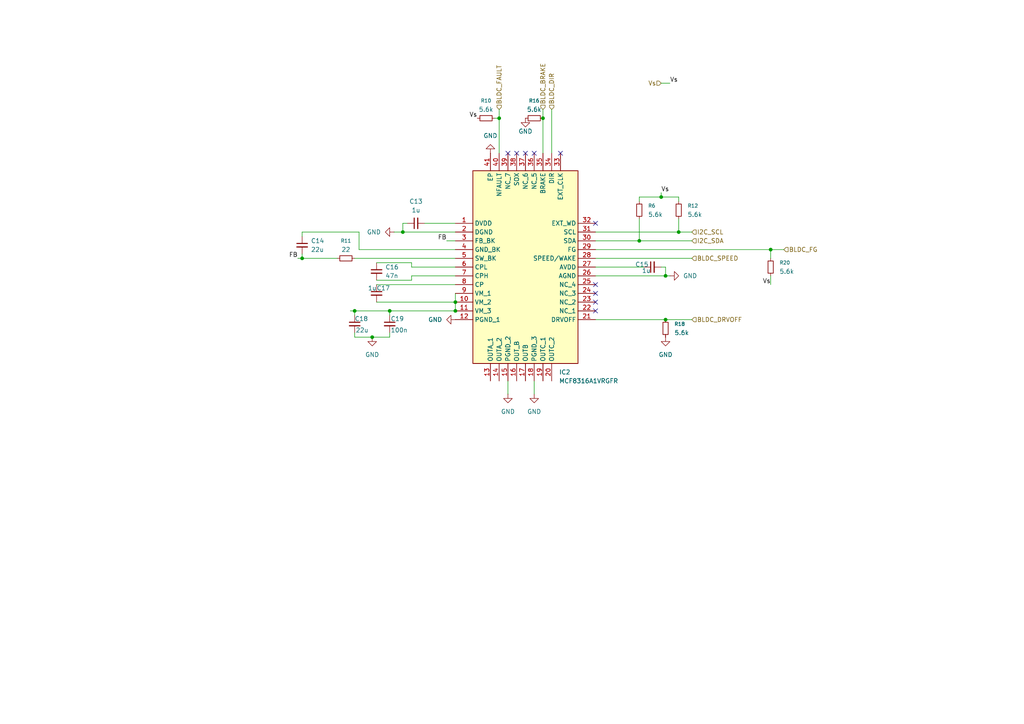
<source format=kicad_sch>
(kicad_sch (version 20250114) (generator "eeschema") (generator_version "9.0")
  (paper "A4")
  (lib_symbols
    (symbol "Device:C_Small" (pin_numbers (hide yes)) (pin_names (offset 0.254) (hide yes))
      (property "Reference" "C" (at 0.254 1.778 0))
      (property "Value" "C_Small" (at 0.254 -2.032 0))
      (symbol "C_Small_0_1"
        (polyline (pts (xy -1.524 0.508) (xy 1.524 0.508)) (stroke (width 0.3048)))
        (polyline (pts (xy -1.524 -0.508) (xy 1.524 -0.508)) (stroke (width 0.3302)))
      )
      (symbol "C_Small_1_1"
        (pin passive line (at 0 2.54 270) (length 2.032) (name "~") (number "1"))
        (pin passive line (at 0 -2.54 90) (length 2.032) (name "~") (number "2"))
      )
    )
    (symbol "Device:R_Small" (pin_numbers (hide yes)) (pin_names (offset 0.254) (hide yes))
      (property "Reference" "R" (at 0 0 90))
      (property "Value" "R_Small" (at 1.778 0 90))
      (symbol "R_Small_0_1"
        (rectangle (start -0.762 1.778) (end 0.762 -1.778) (stroke (width 0.2032)))
      )
      (symbol "R_Small_1_1"
        (pin passive line (at 0 2.54 270) (length 0.762) (name "~") (number "1"))
        (pin passive line (at 0 -2.54 90) (length 0.762) (name "~") (number "2"))
      )
    )
    (symbol "MCF8316A1VRGFR:MCF8316A1VRGFR"
      (property "Reference" "IC" (at 36.83 20.32 0))
      (property "Value" "MCF8316A1VRGFR" (at 36.83 17.78 0))
      (symbol "MCF8316A1VRGFR_1_1"
        (rectangle (start 5.08 15.24) (end 35.56 -40.64) (stroke (width 0.254)) (fill (type background)))
        (pin passive line (at 0 0 0) (length 5.08) (name "DVDD") (number "1"))
        (pin passive line (at 0 -2.54 0) (length 5.08) (name "DGND") (number "2"))
        (pin passive line (at 0 -5.08 0) (length 5.08) (name "FB_BK") (number "3"))
        (pin passive line (at 0 -7.62 0) (length 5.08) (name "GND_BK") (number "4"))
        (pin passive line (at 0 -10.16 0) (length 5.08) (name "SW_BK") (number "5"))
        (pin passive line (at 0 -12.7 0) (length 5.08) (name "CPL") (number "6"))
        (pin passive line (at 0 -15.24 0) (length 5.08) (name "CPH") (number "7"))
        (pin passive line (at 0 -17.78 0) (length 5.08) (name "CP") (number "8"))
        (pin passive line (at 0 -20.32 0) (length 5.08) (name "VM_1") (number "9"))
        (pin passive line (at 0 -22.86 0) (length 5.08) (name "VM_2") (number "10"))
        (pin passive line (at 0 -25.4 0) (length 5.08) (name "VM_3") (number "11"))
        (pin passive line (at 0 -27.94 0) (length 5.08) (name "PGND_1") (number "12"))
        (pin passive line (at 10.16 20.32 270) (length 5.08) (name "EP") (number "41"))
        (pin passive line (at 10.16 -45.72 90) (length 5.08) (name "OUTA_1") (number "13"))
        (pin passive line (at 12.7 20.32 270) (length 5.08) (name "NFAULT") (number "40"))
        (pin passive line (at 12.7 -45.72 90) (length 5.08) (name "OUTA_2") (number "14"))
        (pin passive line (at 15.24 20.32 270) (length 5.08) (name "NC_7") (number "39"))
        (pin passive line (at 15.24 -45.72 90) (length 5.08) (name "PGND_2") (number "15"))
        (pin passive line (at 17.78 20.32 270) (length 5.08) (name "SOX") (number "38"))
        (pin passive line (at 17.78 -45.72 90) (length 5.08) (name "OUT_B") (number "16"))
        (pin passive line (at 20.32 20.32 270) (length 5.08) (name "NC_6") (number "37"))
        (pin passive line (at 20.32 -45.72 90) (length 5.08) (name "OUTB") (number "17"))
        (pin passive line (at 22.86 20.32 270) (length 5.08) (name "NC_5") (number "36"))
        (pin passive line (at 22.86 -45.72 90) (length 5.08) (name "PGND_3") (number "18"))
        (pin passive line (at 25.4 20.32 270) (length 5.08) (name "BRAKE") (number "35"))
        (pin passive line (at 25.4 -45.72 90) (length 5.08) (name "OUTC_1") (number "19"))
        (pin passive line (at 27.94 20.32 270) (length 5.08) (name "DIR") (number "34"))
        (pin passive line (at 27.94 -45.72 90) (length 5.08) (name "OUTC_2") (number "20"))
        (pin passive line (at 30.48 20.32 270) (length 5.08) (name "EXT_CLK") (number "33"))
        (pin passive line (at 40.64 0 180) (length 5.08) (name "EXT_WD") (number "32"))
        (pin passive line (at 40.64 -2.54 180) (length 5.08) (name "SCL") (number "31"))
        (pin passive line (at 40.64 -5.08 180) (length 5.08) (name "SDA") (number "30"))
        (pin passive line (at 40.64 -7.62 180) (length 5.08) (name "FG") (number "29"))
        (pin passive line (at 40.64 -10.16 180) (length 5.08) (name "SPEED/WAKE") (number "28"))
        (pin passive line (at 40.64 -12.7 180) (length 5.08) (name "AVDD") (number "27"))
        (pin passive line (at 40.64 -15.24 180) (length 5.08) (name "AGND") (number "26"))
        (pin passive line (at 40.64 -17.78 180) (length 5.08) (name "NC_4") (number "25"))
        (pin passive line (at 40.64 -20.32 180) (length 5.08) (name "NC_3") (number "24"))
        (pin passive line (at 40.64 -22.86 180) (length 5.08) (name "NC_2") (number "23"))
        (pin passive line (at 40.64 -25.4 180) (length 5.08) (name "NC_1") (number "22"))
        (pin passive line (at 40.64 -27.94 180) (length 5.08) (name "DRVOFF") (number "21"))
      )
    )
    (symbol "power:GND" (power) (pin_numbers (hide yes)) (pin_names (offset 0) (hide yes))
      (property "Value" "GND" (at 0 -3.81 0))
      (symbol "GND_0_1"
        (polyline (pts (xy 0 0) (xy 0 -1.27) (xy 1.27 -1.27) (xy 0 -2.54) (xy -1.27 -1.27) (xy 0 -1.27)))
      )
      (symbol "GND_1_1"
        (pin power_in line (at 0 0 270) (length 0) (name "~") (number "1"))
      )
    )
  )
  (junction (at 107.95 97.79))
  (junction (at 196.85 67.31))
  (junction (at 132.08 90.17))
  (junction (at 132.08 87.63))
  (junction (at 116.84 67.31))
  (junction (at 191.77 57.15))
  (junction (at 144.78 34.29))
  (junction (at 223.52 72.39))
  (junction (at 157.48 34.29))
  (junction (at 113.03 90.17))
  (junction (at 193.04 92.71))
  (junction (at 185.42 69.85))
  (junction (at 87.63 74.93))
  (junction (at 193.04 80.01))
  (junction (at 102.87 90.17))
  (no_connect (at 172.72 87.63))
  (no_connect (at 147.32 44.45))
  (no_connect (at 152.4 44.45))
  (no_connect (at 154.94 44.45))
  (no_connect (at 172.72 85.09))
  (no_connect (at 172.72 64.77))
  (no_connect (at 149.86 44.45))
  (no_connect (at 172.72 90.17))
  (no_connect (at 172.72 82.55))
  (no_connect (at 162.56 44.45))
  (wire (pts (xy 102.87 97.79) (xy 107.95 97.79)))
  (wire (pts (xy 172.72 77.47) (xy 186.69 77.47)))
  (wire (pts (xy 102.87 90.17) (xy 113.03 90.17)))
  (wire (pts (xy 132.08 85.09) (xy 132.08 87.63)))
  (wire (pts (xy 147.32 114.3) (xy 147.32 110.49)))
  (wire (pts (xy 193.04 92.71) (xy 200.66 92.71)))
  (wire (pts (xy 97.79 74.93) (xy 87.63 74.93)))
  (wire (pts (xy 102.87 96.52) (xy 102.87 97.79)))
  (wire (pts (xy 101.6 90.17) (xy 102.87 90.17)))
  (wire (pts (xy 172.72 80.01) (xy 193.04 80.01)))
  (wire (pts (xy 191.77 77.47) (xy 193.04 77.47)))
  (wire (pts (xy 144.78 31.75) (xy 144.78 34.29)))
  (wire (pts (xy 191.77 55.88) (xy 191.77 57.15)))
  (wire (pts (xy 116.84 64.77) (xy 116.84 67.31)))
  (wire (pts (xy 123.19 64.77) (xy 132.08 64.77)))
  (wire (pts (xy 144.78 34.29) (xy 144.78 44.45)))
  (wire (pts (xy 223.52 72.39) (xy 227.33 72.39)))
  (wire (pts (xy 119.38 77.47) (xy 132.08 77.47)))
  (wire (pts (xy 223.52 80.01) (xy 223.52 82.55)))
  (wire (pts (xy 143.51 34.29) (xy 144.78 34.29)))
  (wire (pts (xy 87.63 74.93) (xy 87.63 73.66)))
  (wire (pts (xy 223.52 72.39) (xy 223.52 74.93)))
  (wire (pts (xy 172.72 69.85) (xy 185.42 69.85)))
  (wire (pts (xy 185.42 57.15) (xy 185.42 58.42)))
  (wire (pts (xy 102.87 74.93) (xy 132.08 74.93)))
  (wire (pts (xy 109.22 81.28) (xy 119.38 81.28)))
  (wire (pts (xy 114.3 67.31) (xy 116.84 67.31)))
  (wire (pts (xy 172.72 67.31) (xy 196.85 67.31)))
  (wire (pts (xy 102.87 90.17) (xy 102.87 91.44)))
  (wire (pts (xy 104.14 67.31) (xy 104.14 72.39)))
  (wire (pts (xy 109.22 76.2) (xy 119.38 76.2)))
  (wire (pts (xy 116.84 67.31) (xy 132.08 67.31)))
  (wire (pts (xy 107.95 97.79) (xy 113.03 97.79)))
  (wire (pts (xy 113.03 96.52) (xy 113.03 97.79)))
  (wire (pts (xy 119.38 81.28) (xy 119.38 80.01)))
  (wire (pts (xy 154.94 114.3) (xy 154.94 110.49)))
  (wire (pts (xy 196.85 58.42) (xy 196.85 57.15)))
  (wire (pts (xy 113.03 90.17) (xy 113.03 91.44)))
  (wire (pts (xy 160.02 31.75) (xy 160.02 44.45)))
  (wire (pts (xy 196.85 57.15) (xy 191.77 57.15)))
  (wire (pts (xy 119.38 80.01) (xy 132.08 80.01)))
  (wire (pts (xy 118.11 64.77) (xy 116.84 64.77)))
  (wire (pts (xy 193.04 80.01) (xy 194.31 80.01)))
  (wire (pts (xy 172.72 92.71) (xy 193.04 92.71)))
  (wire (pts (xy 109.22 87.63) (xy 132.08 87.63)))
  (wire (pts (xy 191.77 57.15) (xy 185.42 57.15)))
  (wire (pts (xy 172.72 74.93) (xy 200.66 74.93)))
  (wire (pts (xy 129.54 69.85) (xy 132.08 69.85)))
  (wire (pts (xy 172.72 72.39) (xy 223.52 72.39)))
  (wire (pts (xy 185.42 63.5) (xy 185.42 69.85)))
  (wire (pts (xy 196.85 63.5) (xy 196.85 67.31)))
  (wire (pts (xy 113.03 90.17) (xy 132.08 90.17)))
  (wire (pts (xy 109.22 82.55) (xy 132.08 82.55)))
  (wire (pts (xy 157.48 31.75) (xy 157.48 34.29)))
  (wire (pts (xy 87.63 67.31) (xy 104.14 67.31)))
  (wire (pts (xy 191.77 24.13) (xy 194.31 24.13)))
  (wire (pts (xy 87.63 68.58) (xy 87.63 67.31)))
  (wire (pts (xy 86.36 74.93) (xy 87.63 74.93)))
  (wire (pts (xy 104.14 72.39) (xy 132.08 72.39)))
  (wire (pts (xy 157.48 34.29) (xy 157.48 44.45)))
  (wire (pts (xy 193.04 77.47) (xy 193.04 80.01)))
  (wire (pts (xy 132.08 87.63) (xy 132.08 90.17)))
  (wire (pts (xy 119.38 76.2) (xy 119.38 77.47)))
  (wire (pts (xy 185.42 69.85) (xy 200.66 69.85)))
  (wire (pts (xy 196.85 67.31) (xy 200.66 67.31)))
  (label "Vs" (at 223.52 82.55 180))
  (label "Vs" (at 138.43 34.29 180))
  (label "FB" (at 86.36 74.93 180))
  (label "FB" (at 129.54 69.85 180))
  (label "Vs" (at 191.77 55.88 0))
  (label "Vs" (at 194.31 24.13 0))
  (hierarchical_label "I2C_SCL" (shape input) (at 200.66 67.31 0))
  (hierarchical_label "BLDC_DIR" (shape input) (at 160.02 31.75 90))
  (hierarchical_label "BLDC_DRVOFF" (shape input) (at 200.66 92.71 0))
  (hierarchical_label "I2C_SDA" (shape input) (at 200.66 69.85 0))
  (hierarchical_label "Vs" (shape input) (at 191.77 24.13 180))
  (hierarchical_label "BLDC_FAULT" (shape input) (at 144.78 31.75 90))
  (hierarchical_label "BLDC_SPEED" (shape input) (at 200.66 74.93 0))
  (hierarchical_label "BLDC_FG" (shape input) (at 227.33 72.39 0))
  (hierarchical_label "BLDC_BRAKE" (shape input) (at 157.48 31.75 90))
  (symbol (lib_id "Device:C_Small") (at 120.65 64.77 90) (unit 1)
    (property "Reference" "C6" (at 120.6563 58.42 90))
    (property "Value" "1u" (at 120.6563 60.96 90))
    (property "Description" "Unpolarized capacitor, small symbol" (effects (hide yes)))
    (instances (project "equilibot" (path "" (reference "C13") (unit 1)) (path "" (reference "C6") (unit 1))))
  )
  (symbol (lib_id "MCF8316A1VRGFR:MCF8316A1VRGFR") (at 132.08 64.77 0) (unit 1)
    (property "Reference" "IC1" (at 162.1633 107.95 0) (effects (justify left)))
    (property "Value" "MCF8316A1VRGFR" (at 162.1633 110.49 0) (effects (justify left)))
    (property "Footprint" "QFN50P500X700X100-41N-D" (effects (hide yes)))
    (property "Datasheet" "kicad-embed://mcf8316a.pdf" (effects (hide yes)))
    (property "Description" "Motor / Motion / Ignition Controllers & Drivers 40-V max, 8-A peak, sensorless FOC control 3-phase BLDC motor driver" (effects (hide yes)))
    (property "Height" "1" (effects (hide yes)))
    (property "Mouser Part Number" "595-MCF8316A1VRGFR" (effects (hide yes)))
    (property "Mouser Price/Stock" "https://www.mouser.co.uk/ProductDetail/Texas-Instruments/MCF8316A1VRGFR?qs=rSMjJ%252B1ewcSvC9rVuQgDWA%3D%3D" (effects (hide yes)))
    (property "Manufacturer_Name" "Texas Instruments" (effects (hide yes)))
    (property "Manufacturer_Part_Number" "MCF8316A1VRGFR" (effects (hide yes)))
    (instances (project "equilibot" (path "" (reference "IC2") (unit 1)) (path "" (reference "IC1") (unit 1))))
  )
  (symbol (lib_id "Device:C_Small") (at 102.87 93.98 0) (unit 1)
    (property "Reference" "C11" (at 102.87 92.456 0) (effects (justify left)))
    (property "Value" "22u" (at 103.124 95.758 0) (effects (justify left)))
    (property "Description" "Unpolarized capacitor, small symbol" (effects (hide yes)))
    (instances (project "equilibot" (path "" (reference "C18") (unit 1)) (path "" (reference "C11") (unit 1))))
  )
  (symbol (lib_id "Device:C_Small") (at 109.22 78.74 0) (unit 1)
    (property "Reference" "C9" (at 111.76 77.4762 0) (effects (justify left)))
    (property "Value" "47n" (at 111.76 80.0162 0) (effects (justify left)))
    (property "Description" "Unpolarized capacitor, small symbol" (effects (hide yes)))
    (instances (project "equilibot" (path "" (reference "C16") (unit 1)) (path "" (reference "C9") (unit 1))))
  )
  (symbol (lib_id "Device:C_Small") (at 109.22 85.09 0) (unit 1)
    (property "Reference" "C10" (at 109.22 83.566 0) (effects (justify left)))
    (property "Value" "1u" (at 106.68 83.566 0) (effects (justify left)))
    (property "Description" "Unpolarized capacitor, small symbol" (effects (hide yes)))
    (instances (project "equilibot" (path "" (reference "C17") (unit 1)) (path "" (reference "C10") (unit 1))))
  )
  (symbol (lib_id "Device:C_Small") (at 189.23 77.47 90) (unit 1)
    (property "Reference" "C8" (at 186.182 76.708 90))
    (property "Value" "1u" (at 187.452 78.486 90))
    (property "Description" "Unpolarized capacitor, small symbol" (effects (hide yes)))
    (instances (project "equilibot" (path "" (reference "C15") (unit 1)) (path "" (reference "C8") (unit 1))))
  )
  (symbol (lib_id "Device:R_Small") (at 154.94 34.29 90) (unit 1)
    (property "Reference" "R7" (at 154.94 29.21 90) (effects (font (size 1.016 1.016))))
    (property "Value" "5.6k" (at 154.94 31.75 90))
    (property "Description" "Resistor, small symbol" (effects (hide yes)))
    (instances (project "equilibot" (path "" (reference "R16") (unit 1)) (path "" (reference "R7") (unit 1))))
  )
  (symbol (lib_id "power:GND") (at 194.31 80.01 90) (unit 1)
    (property "Reference" "#PWR07" (effects (hide yes)))
    (property "Value" "GND" (at 198.12 80.0099 90) (effects (justify right)))
    (property "Description" "Power symbol creates a global label with name \"GND\" , ground" (effects (hide yes)))
    (instances (project "equilibot" (path "" (reference "#PWR027") (unit 1)) (path "" (reference "#PWR07") (unit 1))))
  )
  (symbol (lib_id "power:GND") (at 114.3 67.31 270) (unit 1)
    (property "Reference" "#PWR05" (effects (hide yes)))
    (property "Value" "GND" (at 110.49 67.3099 90) (effects (justify right)))
    (property "Description" "Power symbol creates a global label with name \"GND\" , ground" (effects (hide yes)))
    (instances (project "equilibot" (path "" (reference "#PWR026") (unit 1)) (path "" (reference "#PWR05") (unit 1))))
  )
  (symbol (lib_id "Device:C_Small") (at 113.03 93.98 0) (unit 1)
    (property "Reference" "C12" (at 113.284 92.456 0) (effects (justify left)))
    (property "Value" "100n" (at 113.284 95.758 0) (effects (justify left)))
    (property "Description" "Unpolarized capacitor, small symbol" (effects (hide yes)))
    (instances (project "equilibot" (path "" (reference "C19") (unit 1)) (path "" (reference "C12") (unit 1))))
  )
  (symbol (lib_id "Device:R_Small") (at 100.33 74.93 90) (unit 1)
    (property "Reference" "R15" (at 100.33 69.85 90) (effects (font (size 1.016 1.016))))
    (property "Value" "22" (at 100.33 72.39 90))
    (property "Description" "Resistor, small symbol" (effects (hide yes)))
    (instances (project "equilibot" (path "" (reference "R11") (unit 1)) (path "" (reference "R15") (unit 1))))
  )
  (symbol (lib_id "power:GND") (at 107.95 97.79 0) (unit 1)
    (property "Reference" "#PWR013" (effects (hide yes)))
    (property "Value" "GND" (at 107.95 102.87 0))
    (property "Description" "Power symbol creates a global label with name \"GND\" , ground" (effects (hide yes)))
    (instances (project "equilibot" (path "" (reference "#PWR030") (unit 1)) (path "" (reference "#PWR013") (unit 1))))
  )
  (symbol (lib_id "Device:R_Small") (at 223.52 77.47 180) (unit 1)
    (property "Reference" "R17" (at 226.06 76.1999 0) (effects (font (size 1.016 1.016)) (justify right)))
    (property "Value" "5.6k" (at 226.06 78.7399 0) (effects (justify right)))
    (property "Description" "Resistor, small symbol" (effects (hide yes)))
    (instances (project "equilibot" (path "" (reference "R20") (unit 1)) (path "" (reference "R17") (unit 1))))
  )
  (symbol (lib_id "power:GND") (at 154.94 114.3 0) (unit 1)
    (property "Reference" "#PWR017" (effects (hide yes)))
    (property "Value" "GND" (at 154.94 119.38 0))
    (property "Description" "Power symbol creates a global label with name \"GND\" , ground" (effects (hide yes)))
    (instances (project "equilibot" (path "" (reference "#PWR032") (unit 1)) (path "" (reference "#PWR017") (unit 1))))
  )
  (symbol (lib_id "Device:R_Small") (at 140.97 34.29 90) (unit 1)
    (property "Reference" "R5" (at 140.97 29.21 90) (effects (font (size 1.016 1.016))))
    (property "Value" "5.6k" (at 140.97 31.75 90))
    (property "Description" "Resistor, small symbol" (effects (hide yes)))
    (instances (project "equilibot" (path "" (reference "R10") (unit 1)) (path "" (reference "R5") (unit 1))))
  )
  (symbol (lib_id "power:GND") (at 142.24 44.45 180) (unit 1)
    (property "Reference" "#PWR02" (effects (hide yes)))
    (property "Value" "GND" (at 142.24 39.37 0))
    (property "Description" "Power symbol creates a global label with name \"GND\" , ground" (effects (hide yes)))
    (instances (project "equilibot" (path "" (reference "#PWR025") (unit 1)) (path "" (reference "#PWR02") (unit 1))))
  )
  (symbol (lib_id "Device:R_Small") (at 196.85 60.96 180) (unit 1)
    (property "Reference" "R9" (at 199.39 59.6899 0) (effects (font (size 1.016 1.016)) (justify right)))
    (property "Value" "5.6k" (at 199.39 62.2299 0) (effects (justify right)))
    (property "Description" "Resistor, small symbol" (effects (hide yes)))
    (instances (project "equilibot" (path "" (reference "R12") (unit 1)) (path "" (reference "R9") (unit 1))))
  )
  (symbol (lib_id "Device:R_Small") (at 193.04 95.25 180) (unit 1)
    (property "Reference" "R19" (at 195.58 93.9799 0) (effects (font (size 1.016 1.016)) (justify right)))
    (property "Value" "5.6k" (at 195.58 96.5199 0) (effects (justify right)))
    (property "Description" "Resistor, small symbol" (effects (hide yes)))
    (instances (project "equilibot" (path "" (reference "R18") (unit 1)) (path "" (reference "R19") (unit 1))))
  )
  (symbol (lib_id "power:GND") (at 132.08 92.71 270) (unit 1)
    (property "Reference" "#PWR012" (effects (hide yes)))
    (property "Value" "GND" (at 128.27 92.7099 90) (effects (justify right)))
    (property "Description" "Power symbol creates a global label with name \"GND\" , ground" (effects (hide yes)))
    (instances (project "equilibot" (path "" (reference "#PWR029") (unit 1)) (path "" (reference "#PWR012") (unit 1))))
  )
  (symbol (lib_id "Device:C_Small") (at 87.63 71.12 0) (unit 1)
    (property "Reference" "C7" (at 90.17 69.8562 0) (effects (justify left)))
    (property "Value" "22u" (at 90.17 72.3962 0) (effects (justify left)))
    (property "Description" "Unpolarized capacitor, small symbol" (effects (hide yes)))
    (instances (project "equilibot" (path "" (reference "C14") (unit 1)) (path "" (reference "C7") (unit 1))))
  )
  (symbol (lib_id "Device:R_Small") (at 185.42 60.96 180) (unit 1)
    (property "Reference" "R8" (at 187.96 59.6899 0) (effects (font (size 1.016 1.016)) (justify right)))
    (property "Value" "5.6k" (at 187.96 62.2299 0) (effects (justify right)))
    (property "Description" "Resistor, small symbol" (effects (hide yes)))
    (instances (project "equilibot" (path "" (reference "R6") (unit 1)) (path "" (reference "R8") (unit 1))))
  )
  (symbol (lib_id "power:GND") (at 152.4 34.29 0) (unit 1)
    (property "Reference" "#PWR01" (effects (hide yes)))
    (property "Value" "GND" (at 152.4 38.1 0))
    (property "Description" "Power symbol creates a global label with name \"GND\" , ground" (effects (hide yes)))
    (instances (project "equilibot" (path "" (reference "#PWR033") (unit 1)) (path "" (reference "#PWR01") (unit 1))))
  )
  (symbol (lib_id "power:GND") (at 147.32 114.3 0) (unit 1)
    (property "Reference" "#PWR016" (effects (hide yes)))
    (property "Value" "GND" (at 147.32 119.38 0))
    (property "Description" "Power symbol creates a global label with name \"GND\" , ground" (effects (hide yes)))
    (instances (project "equilibot" (path "" (reference "#PWR031") (unit 1)) (path "" (reference "#PWR016") (unit 1))))
  )
  (symbol (lib_id "power:GND") (at 193.04 97.79 0) (unit 1)
    (property "Reference" "#PWR015" (effects (hide yes)))
    (property "Value" "GND" (at 193.04 102.87 0))
    (property "Description" "Power symbol creates a global label with name \"GND\" , ground" (effects (hide yes)))
    (instances (project "equilibot" (path "" (reference "#PWR035") (unit 1)) (path "" (reference "#PWR015") (unit 1))))
  )
)
</source>
